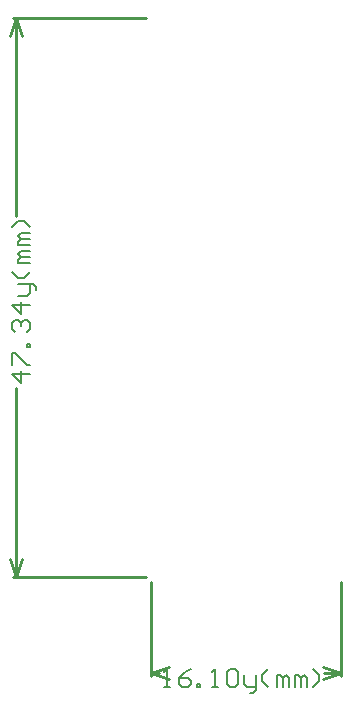
<source format=gm1>
%FSLAX44Y44*%
%MOMM*%
G71*
G01*
G75*
G04 Layer_Color=16711935*
%ADD10R,0.8000X0.9000*%
%ADD11C,1.0000*%
%ADD12R,1.0000X0.7250*%
%ADD13R,0.6000X1.3500*%
%ADD14R,0.4000X1.3500*%
%ADD15C,0.5000*%
%ADD16C,0.2000*%
%ADD17C,0.2540*%
%ADD18R,1.5000X1.5000*%
%ADD19C,1.5000*%
%ADD20C,0.6000*%
%ADD21R,0.7800X0.8800*%
%ADD22C,0.9800*%
%ADD23R,0.9800X0.7050*%
%ADD24R,0.5800X1.3300*%
%ADD25R,0.3800X1.3300*%
%ADD26R,1.4800X1.4800*%
%ADD27C,1.4800*%
%ADD28C,0.5800*%
%ADD29C,0.1524*%
D17*
X681990Y690880D02*
Y770960D01*
X521000Y690880D02*
Y770960D01*
X667514Y693420D02*
X681990D01*
X521000D02*
X527348D01*
X666750Y698500D02*
X681990Y693420D01*
X666750Y688340D02*
X681990Y693420D01*
X521000D02*
X536240Y688340D01*
X521000Y693420D02*
X536240Y698500D01*
X403860Y1248410D02*
X516960D01*
X403860Y775000D02*
X516960D01*
X406400Y1080263D02*
Y1248410D01*
Y775000D02*
Y935019D01*
X401320Y1233170D02*
X406400Y1248410D01*
X411480Y1233170D01*
X406400Y775000D02*
X411480Y790240D01*
X401320D02*
X406400Y775000D01*
D29*
X531412Y681739D02*
X536491D01*
X533952D01*
Y696974D01*
X531412Y694435D01*
X554265Y696974D02*
X549187Y694435D01*
X544108Y689357D01*
Y684278D01*
X546647Y681739D01*
X551726D01*
X554265Y684278D01*
Y686818D01*
X551726Y689357D01*
X544108D01*
X559343Y681739D02*
Y684278D01*
X561883D01*
Y681739D01*
X559343D01*
X572039D02*
X577118D01*
X574578D01*
Y696974D01*
X572039Y694435D01*
X584735D02*
X587274Y696974D01*
X592353D01*
X594892Y694435D01*
Y684278D01*
X592353Y681739D01*
X587274D01*
X584735Y684278D01*
Y694435D01*
X599970Y691896D02*
Y684278D01*
X602509Y681739D01*
X610127D01*
Y679200D01*
X607588Y676661D01*
X605048D01*
X610127Y681739D02*
Y691896D01*
X620284Y681739D02*
X615205Y686818D01*
Y691896D01*
X620284Y696974D01*
X627901Y681739D02*
Y691896D01*
X630440D01*
X632980Y689357D01*
Y681739D01*
Y689357D01*
X635519Y691896D01*
X638058Y689357D01*
Y681739D01*
X643136D02*
Y691896D01*
X645675D01*
X648215Y689357D01*
Y681739D01*
Y689357D01*
X650754Y691896D01*
X653293Y689357D01*
Y681739D01*
X658371D02*
X663450Y686818D01*
Y691896D01*
X658371Y696974D01*
X418081Y946701D02*
X402846D01*
X410463Y939083D01*
Y949240D01*
X402846Y954318D02*
Y964475D01*
X405385D01*
X415541Y954318D01*
X418081D01*
Y969553D02*
X415541D01*
Y972093D01*
X418081D01*
Y969553D01*
X405385Y982249D02*
X402846Y984788D01*
Y989867D01*
X405385Y992406D01*
X407924D01*
X410463Y989867D01*
Y987328D01*
Y989867D01*
X413002Y992406D01*
X415541D01*
X418081Y989867D01*
Y984788D01*
X415541Y982249D01*
X418081Y1005102D02*
X402846D01*
X410463Y997484D01*
Y1007641D01*
X407924Y1012719D02*
X415541D01*
X418081Y1015258D01*
Y1022876D01*
X420620D01*
X423159Y1020337D01*
Y1017798D01*
X418081Y1022876D02*
X407924D01*
X418081Y1033033D02*
X413002Y1027954D01*
X407924D01*
X402846Y1033033D01*
X418081Y1040650D02*
X407924D01*
Y1043189D01*
X410463Y1045729D01*
X418081D01*
X410463D01*
X407924Y1048268D01*
X410463Y1050807D01*
X418081D01*
Y1055885D02*
X407924D01*
Y1058425D01*
X410463Y1060964D01*
X418081D01*
X410463D01*
X407924Y1063503D01*
X410463Y1066042D01*
X418081D01*
Y1071121D02*
X413002Y1076199D01*
X407924D01*
X402846Y1071121D01*
M02*

</source>
